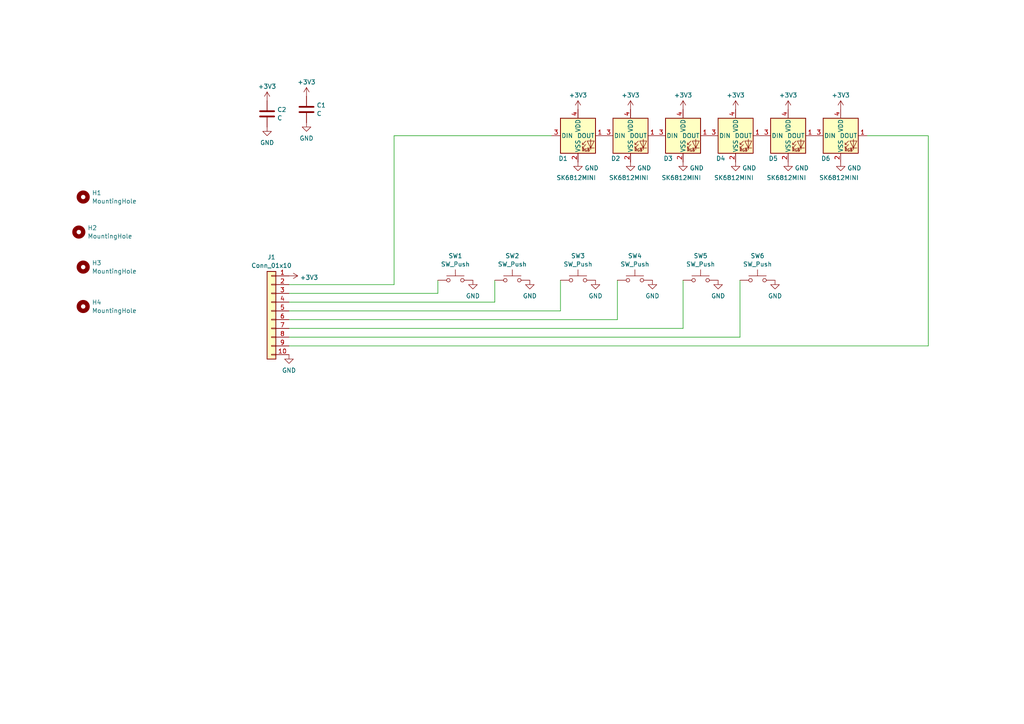
<source format=kicad_sch>
(kicad_sch (version 20231120) (generator "eeschema") (generator_version "8.0")
  (paper "A4")
  (lib_symbols
    (symbol "Connector_Generic:Conn_01x10" (pin_names (offset 1.016) hide)
      (property "Reference" "J" (at 0 12.7 0))
      (property "Value" "Conn_01x10" (at 0 -15.24 0))
      (symbol "Conn_01x10_1_1"
        (rectangle (start -1.27 -12.573) (end 0 -12.827) (stroke (width 0.1524)))
        (rectangle (start -1.27 -10.033) (end 0 -10.287) (stroke (width 0.1524)))
        (rectangle (start -1.27 -7.493) (end 0 -7.747) (stroke (width 0.1524)))
        (rectangle (start -1.27 -4.953) (end 0 -5.207) (stroke (width 0.1524)))
        (rectangle (start -1.27 -2.413) (end 0 -2.667) (stroke (width 0.1524)))
        (rectangle (start -1.27 0.127) (end 0 -0.127) (stroke (width 0.1524)))
        (rectangle (start -1.27 2.667) (end 0 2.413) (stroke (width 0.1524)))
        (rectangle (start -1.27 5.207) (end 0 4.953) (stroke (width 0.1524)))
        (rectangle (start -1.27 7.747) (end 0 7.493) (stroke (width 0.1524)))
        (rectangle (start -1.27 10.287) (end 0 10.033) (stroke (width 0.1524)))
        (rectangle (start -1.27 11.43) (end 1.27 -13.97) (stroke (width 0.254)) (fill (type background)))
        (pin passive line (at -5.08 10.16 0) (length 3.81) (name "Pin_1") (number "1"))
        (pin passive line (at -5.08 -12.7 0) (length 3.81) (name "Pin_10") (number "10"))
        (pin passive line (at -5.08 7.62 0) (length 3.81) (name "Pin_2") (number "2"))
        (pin passive line (at -5.08 5.08 0) (length 3.81) (name "Pin_3") (number "3"))
        (pin passive line (at -5.08 2.54 0) (length 3.81) (name "Pin_4") (number "4"))
        (pin passive line (at -5.08 0 0) (length 3.81) (name "Pin_5") (number "5"))
        (pin passive line (at -5.08 -2.54 0) (length 3.81) (name "Pin_6") (number "6"))
        (pin passive line (at -5.08 -5.08 0) (length 3.81) (name "Pin_7") (number "7"))
        (pin passive line (at -5.08 -7.62 0) (length 3.81) (name "Pin_8") (number "8"))
        (pin passive line (at -5.08 -10.16 0) (length 3.81) (name "Pin_9") (number "9"))
      )
    )
    (symbol "Device:C" (pin_numbers hide) (pin_names (offset 0.254))
      (property "Reference" "C" (at 0.635 2.54 0))
      (property "Value" "C" (at 0.635 -2.54 0))
      (symbol "C_0_1"
        (polyline (pts (xy -2.032 -0.762) (xy 2.032 -0.762)) (stroke (width 0.508)))
        (polyline (pts (xy -2.032 0.762) (xy 2.032 0.762)) (stroke (width 0.508)))
      )
      (symbol "C_1_1"
        (pin passive line (at 0 3.81 270) (length 2.794) (name "~") (number "1"))
        (pin passive line (at 0 -3.81 90) (length 2.794) (name "~") (number "2"))
      )
    )
    (symbol "Mechanical:MountingHole" (pin_names (offset 1.016)) (exclude_from_sim yes) (in_bom no)
      (property "Reference" "H" (at 0 5.08 0))
      (property "Value" "MountingHole" (at 0 3.175 0))
      (symbol "MountingHole_0_1"
        (circle (center 0 0) (radius 1.27) (stroke (width 1.27)))
      )
    )
    (symbol "Switch:SW_Push" (pin_numbers hide) (pin_names (offset 1.016) hide)
      (property "Reference" "SW" (at 1.27 2.54 0))
      (property "Value" "SW_Push" (at 0 -1.524 0))
      (symbol "SW_Push_0_1"
        (circle (center -2.032 0) (radius 0.508))
        (polyline (pts (xy 0 1.27) (xy 0 3.048)))
        (polyline (pts (xy 2.54 1.27) (xy -2.54 1.27)))
        (circle (center 2.032 0) (radius 0.508))
        (pin passive line (at -5.08 0 0) (length 2.54) (name "1") (number "1"))
        (pin passive line (at 5.08 0 180) (length 2.54) (name "2") (number "2"))
      )
    )
    (symbol "power:+3V3" (power) (pin_names (offset 0))
      (property "Value" "+3V3" (at 0 3.556 0))
      (symbol "+3V3_0_1"
        (polyline (pts (xy -0.762 1.27) (xy 0 2.54)))
        (polyline (pts (xy 0 0) (xy 0 2.54)))
        (polyline (pts (xy 0 2.54) (xy 0.762 1.27)))
      )
      (symbol "+3V3_1_1"
        (pin power_in line (at 0 0 90) (length 0) hide (name "+3V3") (number "1"))
      )
    )
    (symbol "power:GND" (power) (pin_names (offset 0))
      (property "Value" "GND" (at 0 -3.81 0))
      (symbol "GND_0_1"
        (polyline (pts (xy 0 0) (xy 0 -1.27) (xy 1.27 -1.27) (xy 0 -2.54) (xy -1.27 -1.27) (xy 0 -1.27)))
      )
      (symbol "GND_1_1"
        (pin power_in line (at 0 0 270) (length 0) hide (name "GND") (number "1"))
      )
    )
    (symbol "synkie_symbols:SK6812MINI" (pin_names (offset 0.254))
      (property "Reference" "D" (at 5.08 5.715 0))
      (property "Value" "SK6812MINI" (at 1.27 -5.715 0))
      (symbol "SK6812MINI_0_0"
        (text "RGB" (at 2.286 -4.191 0) (effects (font (size 0.762 0.762))))
      )
      (symbol "SK6812MINI_0_1"
        (polyline (pts (xy 1.27 -3.556) (xy 1.778 -3.556)))
        (polyline (pts (xy 1.27 -2.54) (xy 1.778 -2.54)))
        (polyline (pts (xy 4.699 -3.556) (xy 2.667 -3.556)))
        (polyline (pts (xy 2.286 -2.54) (xy 1.27 -3.556) (xy 1.27 -3.048)))
        (polyline (pts (xy 2.286 -1.524) (xy 1.27 -2.54) (xy 1.27 -2.032)))
        (polyline (pts (xy 3.683 -1.016) (xy 3.683 -3.556) (xy 3.683 -4.064)))
        (polyline (pts (xy 4.699 -1.524) (xy 2.667 -1.524) (xy 3.683 -3.556) (xy 4.699 -1.524)))
        (rectangle (start 5.08 5.08) (end -5.08 -5.08) (stroke (width 0.254)) (fill (type background)))
      )
      (symbol "SK6812MINI_1_1"
        (pin output line (at 7.62 0 180) (length 2.54) (name "DOUT") (number "1"))
        (pin power_in line (at 0 -7.62 90) (length 2.54) (name "VSS") (number "2"))
        (pin input line (at -7.62 0 0) (length 2.54) (name "DIN") (number "3"))
        (pin power_in line (at 0 7.62 270) (length 2.54) (name "VDD") (number "4"))
      )
    )
  )
  (wire (pts (xy 214.63 97.79) (xy 214.63 81.28)))
  (wire (pts (xy 251.46 39.37) (xy 269.24 39.37)))
  (wire (pts (xy 83.82 100.33) (xy 269.24 100.33)))
  (wire (pts (xy 83.82 85.09) (xy 127 85.09)))
  (wire (pts (xy 198.12 95.25) (xy 198.12 81.28)))
  (wire (pts (xy 143.51 87.63) (xy 143.51 81.28)))
  (wire (pts (xy 114.3 39.37) (xy 160.02 39.37)))
  (wire (pts (xy 83.82 95.25) (xy 198.12 95.25)))
  (wire (pts (xy 83.82 97.79) (xy 214.63 97.79)))
  (wire (pts (xy 83.82 90.17) (xy 162.56 90.17)))
  (wire (pts (xy 83.82 82.55) (xy 114.3 82.55)))
  (wire (pts (xy 127 85.09) (xy 127 81.28)))
  (wire (pts (xy 162.56 90.17) (xy 162.56 81.28)))
  (wire (pts (xy 179.07 92.71) (xy 179.07 81.28)))
  (wire (pts (xy 269.24 39.37) (xy 269.24 100.33)))
  (wire (pts (xy 83.82 92.71) (xy 179.07 92.71)))
  (wire (pts (xy 83.82 87.63) (xy 143.51 87.63)))
  (wire (pts (xy 114.3 82.55) (xy 114.3 39.37)))
  (symbol (lib_id "power:+3V3") (at 198.12 31.75 0) (unit 1)
    (property "Reference" "#PWR07" (effects (hide yes)))
    (property "Value" "+3V3" (at 198.12 27.6169 0))
  )
  (symbol (lib_id "synkie_symbols:SK6812MINI") (at 167.64 39.37 0) (unit 1)
    (property "Reference" "D1" (at 163.322 45.974 0))
    (property "Value" "SK6812MINI" (at 167.132 51.562 0))
    (property "Footprint" "LED_SMD:LED_SK6812MINI_PLCC4_3.5x3.5mm_P1.75mm" (effects (hide yes)))
    (property "Datasheet" "https://cdn-shop.adafruit.com/product-files/2686/SK6812MINI_REV.01-1-2.pdf" (effects (hide yes)))
  )
  (symbol (lib_id "synkie_symbols:SK6812MINI") (at 228.6 39.37 0) (unit 1)
    (property "Reference" "D5" (at 224.282 45.974 0))
    (property "Value" "SK6812MINI" (at 228.092 51.562 0))
    (property "Footprint" "LED_SMD:LED_SK6812MINI_PLCC4_3.5x3.5mm_P1.75mm" (effects (hide yes)))
    (property "Datasheet" "https://cdn-shop.adafruit.com/product-files/2686/SK6812MINI_REV.01-1-2.pdf" (effects (hide yes)))
  )
  (symbol (lib_id "Switch:SW_Push") (at 203.2 81.28 0) (unit 1)
    (property "Reference" "SW5" (at 203.2 74.2145 0))
    (property "Value" "SW_Push" (at 203.2 76.6388 0))
    (property "Footprint" "Button_Switch_SMD:SW_SPST_PTS810" (effects (hide yes)))
    (property "Description" "Push button switch, generic, two pins" (effects (hide yes)))
  )
  (symbol (lib_id "Device:C") (at 88.9 31.75 0) (unit 1)
    (property "Reference" "C1" (at 91.821 30.5378 0) (effects (justify left)))
    (property "Value" "C" (at 91.821 32.9621 0) (effects (justify left)))
    (property "Footprint" "Capacitor_SMD:C_0603_1608Metric" (effects (hide yes)))
    (property "Description" "Unpolarized capacitor" (effects (hide yes)))
  )
  (symbol (lib_id "power:GND") (at 198.12 46.99 0) (unit 1)
    (property "Reference" "#PWR08" (effects (hide yes)))
    (property "Value" "GND" (at 200.025 48.739 0) (effects (justify left)))
  )
  (symbol (lib_id "synkie_symbols:SK6812MINI") (at 243.84 39.37 0) (unit 1)
    (property "Reference" "D6" (at 239.522 45.974 0))
    (property "Value" "SK6812MINI" (at 243.332 51.562 0))
    (property "Footprint" "LED_SMD:LED_SK6812MINI_PLCC4_3.5x3.5mm_P1.75mm" (effects (hide yes)))
    (property "Datasheet" "https://cdn-shop.adafruit.com/product-files/2686/SK6812MINI_REV.01-1-2.pdf" (effects (hide yes)))
  )
  (symbol (lib_id "power:GND") (at 153.67 81.28 0) (unit 1)
    (property "Reference" "#PWR016" (effects (hide yes)))
    (property "Value" "GND" (at 153.67 85.8425 0))
  )
  (symbol (lib_id "Switch:SW_Push") (at 132.08 81.28 0) (unit 1)
    (property "Reference" "SW1" (at 132.08 74.2145 0))
    (property "Value" "SW_Push" (at 132.08 76.6388 0))
    (property "Footprint" "Button_Switch_SMD:SW_SPST_PTS810" (effects (hide yes)))
    (property "Description" "Push button switch, generic, two pins" (effects (hide yes)))
  )
  (symbol (lib_id "power:GND") (at 213.36 46.99 0) (unit 1)
    (property "Reference" "#PWR010" (effects (hide yes)))
    (property "Value" "GND" (at 215.265 48.739 0) (effects (justify left)))
  )
  (symbol (lib_id "synkie_symbols:SK6812MINI") (at 213.36 39.37 0) (unit 1)
    (property "Reference" "D4" (at 209.042 45.974 0))
    (property "Value" "SK6812MINI" (at 212.852 51.562 0))
    (property "Footprint" "LED_SMD:LED_SK6812MINI_PLCC4_3.5x3.5mm_P1.75mm" (effects (hide yes)))
    (property "Datasheet" "https://cdn-shop.adafruit.com/product-files/2686/SK6812MINI_REV.01-1-2.pdf" (effects (hide yes)))
  )
  (symbol (lib_id "power:GND") (at 228.6 46.99 0) (unit 1)
    (property "Reference" "#PWR012" (effects (hide yes)))
    (property "Value" "GND" (at 230.505 48.739 0) (effects (justify left)))
  )
  (symbol (lib_id "power:GND") (at 137.16 81.28 0) (unit 1)
    (property "Reference" "#PWR015" (effects (hide yes)))
    (property "Value" "GND" (at 137.16 85.8425 0))
  )
  (symbol (lib_id "power:+3V3") (at 77.47 29.21 0) (unit 1)
    (property "Reference" "#PWR023" (effects (hide yes)))
    (property "Value" "+3V3" (at 77.47 25.0769 0))
  )
  (symbol (lib_id "power:+3V3") (at 88.9 27.94 0) (unit 1)
    (property "Reference" "#PWR021" (effects (hide yes)))
    (property "Value" "+3V3" (at 88.9 23.8069 0))
  )
  (symbol (lib_id "power:GND") (at 88.9 35.56 0) (unit 1)
    (property "Reference" "#PWR022" (effects (hide yes)))
    (property "Value" "GND" (at 88.9 40.1225 0))
  )
  (symbol (lib_id "Mechanical:MountingHole") (at 22.86 67.31 0) (unit 1) (exclude_from_sim yes) (in_bom no)
    (property "Reference" "H2" (at 25.4 66.0978 0) (effects (justify left)))
    (property "Value" "MountingHole" (at 25.4 68.5221 0) (effects (justify left)))
    (property "Footprint" "MountingHole:MountingHole_3.2mm_M3" (effects (hide yes)))
    (property "Description" "Mounting Hole without connection" (effects (hide yes)))
  )
  (symbol (lib_id "power:GND") (at 243.84 46.99 0) (unit 1)
    (property "Reference" "#PWR014" (effects (hide yes)))
    (property "Value" "GND" (at 245.745 48.739 0) (effects (justify left)))
  )
  (symbol (lib_id "power:+3V3") (at 167.64 31.75 0) (unit 1)
    (property "Reference" "#PWR01" (effects (hide yes)))
    (property "Value" "+3V3" (at 167.64 27.6169 0))
  )
  (symbol (lib_id "power:GND") (at 77.47 36.83 0) (unit 1)
    (property "Reference" "#PWR024" (effects (hide yes)))
    (property "Value" "GND" (at 77.47 41.3925 0))
  )
  (symbol (lib_id "Switch:SW_Push") (at 148.59 81.28 0) (unit 1)
    (property "Reference" "SW2" (at 148.59 74.2145 0))
    (property "Value" "SW_Push" (at 148.59 76.6388 0))
    (property "Footprint" "Button_Switch_SMD:SW_SPST_PTS810" (effects (hide yes)))
    (property "Description" "Push button switch, generic, two pins" (effects (hide yes)))
  )
  (symbol (lib_id "power:+3V3") (at 182.88 31.75 0) (unit 1)
    (property "Reference" "#PWR05" (effects (hide yes)))
    (property "Value" "+3V3" (at 182.88 27.6169 0))
  )
  (symbol (lib_id "power:GND") (at 224.79 81.28 0) (unit 1)
    (property "Reference" "#PWR020" (effects (hide yes)))
    (property "Value" "GND" (at 224.79 85.8425 0))
  )
  (symbol (lib_id "power:+3V3") (at 83.82 80.01 270) (unit 1)
    (property "Reference" "#PWR03" (effects (hide yes)))
    (property "Value" "+3V3" (at 86.995 80.489 90) (effects (justify left)))
  )
  (symbol (lib_id "power:GND") (at 83.82 102.87 0) (unit 1)
    (property "Reference" "#PWR04" (effects (hide yes)))
    (property "Value" "GND" (at 83.82 107.4325 0))
  )
  (symbol (lib_id "power:GND") (at 172.72 81.28 0) (unit 1)
    (property "Reference" "#PWR017" (effects (hide yes)))
    (property "Value" "GND" (at 172.72 85.8425 0))
  )
  (symbol (lib_id "Switch:SW_Push") (at 219.71 81.28 0) (unit 1)
    (property "Reference" "SW6" (at 219.71 74.2145 0))
    (property "Value" "SW_Push" (at 219.71 76.6388 0))
    (property "Footprint" "Button_Switch_SMD:SW_SPST_PTS810" (effects (hide yes)))
    (property "Description" "Push button switch, generic, two pins" (effects (hide yes)))
  )
  (symbol (lib_id "power:+3V3") (at 228.6 31.75 0) (unit 1)
    (property "Reference" "#PWR011" (effects (hide yes)))
    (property "Value" "+3V3" (at 228.6 27.6169 0))
  )
  (symbol (lib_id "Connector_Generic:Conn_01x10") (at 78.74 90.17 0) (mirror y) (unit 1)
    (property "Reference" "J1" (at 78.74 74.5955 0))
    (property "Value" "Conn_01x10" (at 78.74 77.0198 0))
    (property "Footprint" "Connector_IDC:IDC-Header_2x05_P2.54mm_Vertical" (effects (hide yes)))
    (property "Description" "Generic connector, single row, 01x10, script generated (kicad-library-utils/schlib/autogen/connector/)" (effects (hide yes)))
  )
  (symbol (lib_id "synkie_symbols:SK6812MINI") (at 182.88 39.37 0) (unit 1)
    (property "Reference" "D2" (at 178.562 45.974 0))
    (property "Value" "SK6812MINI" (at 182.372 51.562 0))
    (property "Footprint" "LED_SMD:LED_SK6812MINI_PLCC4_3.5x3.5mm_P1.75mm" (effects (hide yes)))
    (property "Datasheet" "https://cdn-shop.adafruit.com/product-files/2686/SK6812MINI_REV.01-1-2.pdf" (effects (hide yes)))
  )
  (symbol (lib_id "power:+3V3") (at 213.36 31.75 0) (unit 1)
    (property "Reference" "#PWR09" (effects (hide yes)))
    (property "Value" "+3V3" (at 213.36 27.6169 0))
  )
  (symbol (lib_id "power:+3V3") (at 243.84 31.75 0) (unit 1)
    (property "Reference" "#PWR013" (effects (hide yes)))
    (property "Value" "+3V3" (at 243.84 27.6169 0))
  )
  (symbol (lib_id "Switch:SW_Push") (at 167.64 81.28 0) (unit 1)
    (property "Reference" "SW3" (at 167.64 74.2145 0))
    (property "Value" "SW_Push" (at 167.64 76.6388 0))
    (property "Footprint" "Button_Switch_SMD:SW_SPST_PTS810" (effects (hide yes)))
    (property "Description" "Push button switch, generic, two pins" (effects (hide yes)))
  )
  (symbol (lib_id "Mechanical:MountingHole") (at 24.13 77.47 0) (unit 1) (exclude_from_sim yes) (in_bom no)
    (property "Reference" "H3" (at 26.67 76.2578 0) (effects (justify left)))
    (property "Value" "MountingHole" (at 26.67 78.6821 0) (effects (justify left)))
    (property "Footprint" "MountingHole:MountingHole_3.2mm_M3" (effects (hide yes)))
    (property "Description" "Mounting Hole without connection" (effects (hide yes)))
  )
  (symbol (lib_id "power:GND") (at 208.28 81.28 0) (unit 1)
    (property "Reference" "#PWR019" (effects (hide yes)))
    (property "Value" "GND" (at 208.28 85.8425 0))
  )
  (symbol (lib_id "synkie_symbols:SK6812MINI") (at 198.12 39.37 0) (unit 1)
    (property "Reference" "D3" (at 193.802 45.974 0))
    (property "Value" "SK6812MINI" (at 197.612 51.562 0))
    (property "Footprint" "LED_SMD:LED_SK6812MINI_PLCC4_3.5x3.5mm_P1.75mm" (effects (hide yes)))
    (property "Datasheet" "https://cdn-shop.adafruit.com/product-files/2686/SK6812MINI_REV.01-1-2.pdf" (effects (hide yes)))
  )
  (symbol (lib_id "Mechanical:MountingHole") (at 24.13 57.15 0) (unit 1) (exclude_from_sim yes) (in_bom no)
    (property "Reference" "H1" (at 26.67 55.9378 0) (effects (justify left)))
    (property "Value" "MountingHole" (at 26.67 58.3621 0) (effects (justify left)))
    (property "Footprint" "MountingHole:MountingHole_3.2mm_M3" (effects (hide yes)))
    (property "Description" "Mounting Hole without connection" (effects (hide yes)))
  )
  (symbol (lib_id "Switch:SW_Push") (at 184.15 81.28 0) (unit 1)
    (property "Reference" "SW4" (at 184.15 74.2145 0))
    (property "Value" "SW_Push" (at 184.15 76.6388 0))
    (property "Footprint" "Button_Switch_SMD:SW_SPST_PTS810" (effects (hide yes)))
    (property "Description" "Push button switch, generic, two pins" (effects (hide yes)))
  )
  (symbol (lib_id "power:GND") (at 167.64 46.99 0) (unit 1)
    (property "Reference" "#PWR02" (effects (hide yes)))
    (property "Value" "GND" (at 169.545 48.739 0) (effects (justify left)))
  )
  (symbol (lib_id "power:GND") (at 182.88 46.99 0) (unit 1)
    (property "Reference" "#PWR06" (effects (hide yes)))
    (property "Value" "GND" (at 184.785 48.739 0) (effects (justify left)))
  )
  (symbol (lib_id "Mechanical:MountingHole") (at 24.13 88.9 0) (unit 1) (exclude_from_sim yes) (in_bom no)
    (property "Reference" "H4" (at 26.67 87.6878 0) (effects (justify left)))
    (property "Value" "MountingHole" (at 26.67 90.1121 0) (effects (justify left)))
    (property "Footprint" "MountingHole:MountingHole_3.2mm_M3" (effects (hide yes)))
    (property "Description" "Mounting Hole without connection" (effects (hide yes)))
  )
  (symbol (lib_id "power:GND") (at 189.23 81.28 0) (unit 1)
    (property "Reference" "#PWR018" (effects (hide yes)))
    (property "Value" "GND" (at 189.23 85.8425 0))
  )
  (symbol (lib_id "Device:C") (at 77.47 33.02 0) (unit 1)
    (property "Reference" "C2" (at 80.391 31.8078 0) (effects (justify left)))
    (property "Value" "C" (at 80.391 34.2321 0) (effects (justify left)))
    (property "Footprint" "Capacitor_SMD:C_0603_1608Metric" (effects (hide yes)))
    (property "Description" "Unpolarized capacitor" (effects (hide yes)))
  )
)
</source>
